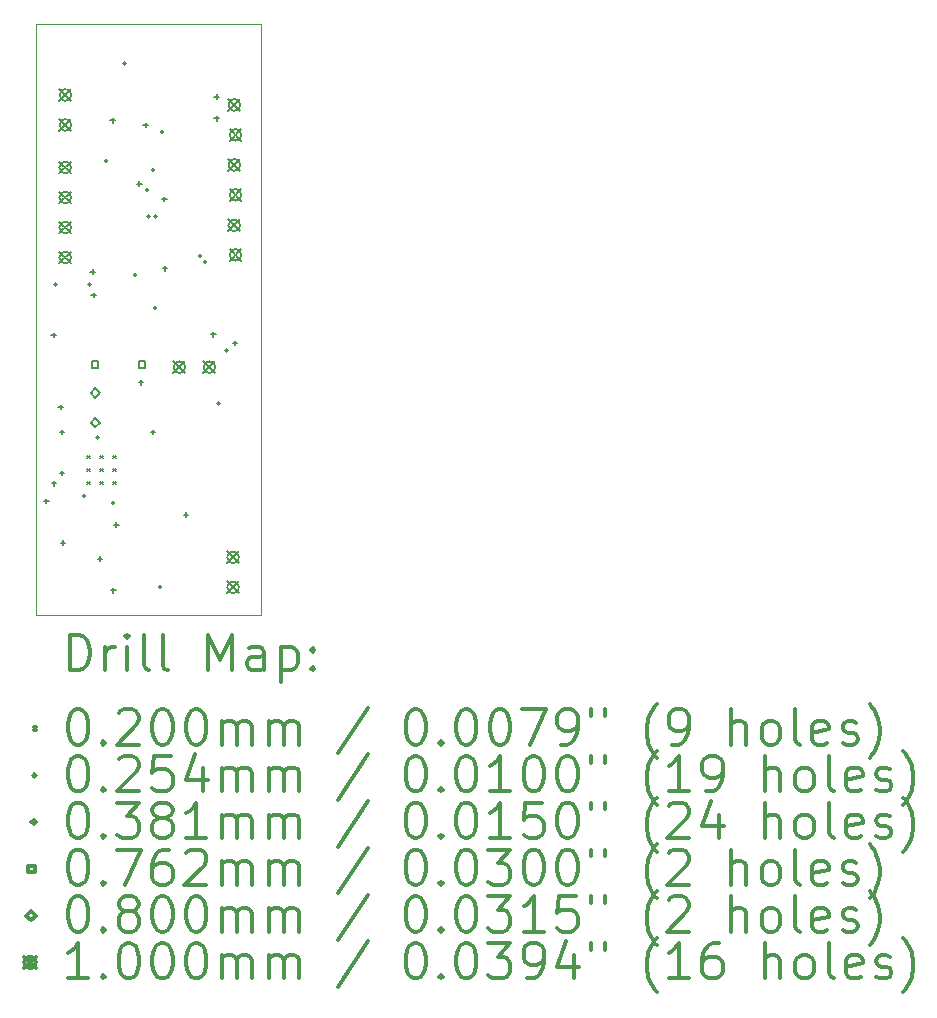
<source format=gbr>
%FSLAX45Y45*%
G04 Gerber Fmt 4.5, Leading zero omitted, Abs format (unit mm)*
G04 Created by KiCad (PCBNEW (5.1.10)-1) date 2021-06-07 16:13:07*
%MOMM*%
%LPD*%
G01*
G04 APERTURE LIST*
%TA.AperFunction,Profile*%
%ADD10C,0.050000*%
%TD*%
%ADD11C,0.200000*%
%ADD12C,0.300000*%
G04 APERTURE END LIST*
D10*
X18313000Y-10441000D02*
X18313000Y-11248000D01*
X18313400Y-6248400D02*
X16413400Y-6248400D01*
X18313000Y-11248000D02*
X16413000Y-11248000D01*
X18313400Y-6248400D02*
X18313000Y-10441000D01*
X16413000Y-6248400D02*
X16413000Y-11248000D01*
D11*
X16845000Y-9900000D02*
X16865000Y-9920000D01*
X16865000Y-9900000D02*
X16845000Y-9920000D01*
X16845000Y-10010000D02*
X16865000Y-10030000D01*
X16865000Y-10010000D02*
X16845000Y-10030000D01*
X16845000Y-10120000D02*
X16865000Y-10140000D01*
X16865000Y-10120000D02*
X16845000Y-10140000D01*
X16955000Y-9900000D02*
X16975000Y-9920000D01*
X16975000Y-9900000D02*
X16955000Y-9920000D01*
X16955000Y-10010000D02*
X16975000Y-10030000D01*
X16975000Y-10010000D02*
X16955000Y-10030000D01*
X16955000Y-10120000D02*
X16975000Y-10140000D01*
X16975000Y-10120000D02*
X16955000Y-10140000D01*
X17065000Y-9900000D02*
X17085000Y-9920000D01*
X17085000Y-9900000D02*
X17065000Y-9920000D01*
X17065000Y-10010000D02*
X17085000Y-10030000D01*
X17085000Y-10010000D02*
X17065000Y-10030000D01*
X17065000Y-10120000D02*
X17085000Y-10140000D01*
X17085000Y-10120000D02*
X17065000Y-10140000D01*
X16592700Y-8450000D02*
G75*
G03*
X16592700Y-8450000I-12700J0D01*
G01*
X16832700Y-10240000D02*
G75*
G03*
X16832700Y-10240000I-12700J0D01*
G01*
X16877080Y-8454286D02*
G75*
G03*
X16877080Y-8454286I-12700J0D01*
G01*
X16945200Y-9747500D02*
G75*
G03*
X16945200Y-9747500I-12700J0D01*
G01*
X17015460Y-7406640D02*
G75*
G03*
X17015460Y-7406640I-12700J0D01*
G01*
X17072700Y-10300948D02*
G75*
G03*
X17072700Y-10300948I-12700J0D01*
G01*
X17172700Y-6580000D02*
G75*
G03*
X17172700Y-6580000I-12700J0D01*
G01*
X17260822Y-8367914D02*
G75*
G03*
X17260822Y-8367914I-12700J0D01*
G01*
X17363253Y-7652069D02*
G75*
G03*
X17363253Y-7652069I-12700J0D01*
G01*
X17373921Y-7874537D02*
G75*
G03*
X17373921Y-7874537I-12700J0D01*
G01*
X17415200Y-7480629D02*
G75*
G03*
X17415200Y-7480629I-12700J0D01*
G01*
X17433008Y-8650628D02*
G75*
G03*
X17433008Y-8650628I-12700J0D01*
G01*
X17437100Y-7874000D02*
G75*
G03*
X17437100Y-7874000I-12700J0D01*
G01*
X17472700Y-11010789D02*
G75*
G03*
X17472700Y-11010789I-12700J0D01*
G01*
X17492700Y-7160000D02*
G75*
G03*
X17492700Y-7160000I-12700J0D01*
G01*
X17812700Y-8210789D02*
G75*
G03*
X17812700Y-8210789I-12700J0D01*
G01*
X17856257Y-8260630D02*
G75*
G03*
X17856257Y-8260630I-12700J0D01*
G01*
X17969571Y-9460000D02*
G75*
G03*
X17969571Y-9460000I-12700J0D01*
G01*
X18037497Y-9009371D02*
G75*
G03*
X18037497Y-9009371I-12700J0D01*
G01*
X16500000Y-10264068D02*
X16500000Y-10302168D01*
X16480950Y-10283118D02*
X16519050Y-10283118D01*
X16560000Y-8860950D02*
X16560000Y-8899050D01*
X16540950Y-8880000D02*
X16579050Y-8880000D01*
X16565721Y-10115309D02*
X16565721Y-10153409D01*
X16546671Y-10134359D02*
X16584771Y-10134359D01*
X16619000Y-9466950D02*
X16619000Y-9505050D01*
X16599950Y-9486000D02*
X16638050Y-9486000D01*
X16630000Y-9678450D02*
X16630000Y-9716550D01*
X16610950Y-9697500D02*
X16649050Y-9697500D01*
X16632039Y-10028911D02*
X16632039Y-10067011D01*
X16612989Y-10047961D02*
X16651089Y-10047961D01*
X16640000Y-10615950D02*
X16640000Y-10654050D01*
X16620950Y-10635000D02*
X16659050Y-10635000D01*
X16891362Y-8321667D02*
X16891362Y-8359767D01*
X16872312Y-8340717D02*
X16910412Y-8340717D01*
X16900000Y-8520950D02*
X16900000Y-8559050D01*
X16880950Y-8540000D02*
X16919050Y-8540000D01*
X16952000Y-10752950D02*
X16952000Y-10791050D01*
X16932950Y-10772000D02*
X16971050Y-10772000D01*
X17060000Y-7040950D02*
X17060000Y-7079050D01*
X17040950Y-7060000D02*
X17079050Y-7060000D01*
X17066902Y-11020950D02*
X17066902Y-11059050D01*
X17047852Y-11040000D02*
X17085952Y-11040000D01*
X17090901Y-10464295D02*
X17090901Y-10502395D01*
X17071851Y-10483345D02*
X17109951Y-10483345D01*
X17287500Y-7577458D02*
X17287500Y-7615558D01*
X17268450Y-7596508D02*
X17306550Y-7596508D01*
X17300000Y-9260950D02*
X17300000Y-9299050D01*
X17280950Y-9280000D02*
X17319050Y-9280000D01*
X17340000Y-7080950D02*
X17340000Y-7119050D01*
X17320950Y-7100000D02*
X17359050Y-7100000D01*
X17400000Y-9680950D02*
X17400000Y-9719050D01*
X17380950Y-9700000D02*
X17419050Y-9700000D01*
X17497531Y-7708032D02*
X17497531Y-7746132D01*
X17478481Y-7727082D02*
X17516581Y-7727082D01*
X17505299Y-8295651D02*
X17505299Y-8333751D01*
X17486249Y-8314701D02*
X17524349Y-8314701D01*
X17680000Y-10379850D02*
X17680000Y-10417950D01*
X17660950Y-10398900D02*
X17699050Y-10398900D01*
X17912500Y-8853450D02*
X17912500Y-8891550D01*
X17893450Y-8872500D02*
X17931550Y-8872500D01*
X17940000Y-6840950D02*
X17940000Y-6879050D01*
X17920950Y-6860000D02*
X17959050Y-6860000D01*
X17940000Y-7025950D02*
X17940000Y-7064050D01*
X17920950Y-7045000D02*
X17959050Y-7045000D01*
X18096250Y-8927200D02*
X18096250Y-8965300D01*
X18077200Y-8946250D02*
X18115300Y-8946250D01*
X16935213Y-9156209D02*
X16935213Y-9102327D01*
X16881331Y-9102327D01*
X16881331Y-9156209D01*
X16935213Y-9156209D01*
X17335213Y-9156209D02*
X17335213Y-9102327D01*
X17281331Y-9102327D01*
X17281331Y-9156209D01*
X17335213Y-9156209D01*
X16915000Y-9410000D02*
X16955000Y-9370000D01*
X16915000Y-9330000D01*
X16875000Y-9370000D01*
X16915000Y-9410000D01*
X16915000Y-9660000D02*
X16955000Y-9620000D01*
X16915000Y-9580000D01*
X16875000Y-9620000D01*
X16915000Y-9660000D01*
X16610000Y-6796000D02*
X16710000Y-6896000D01*
X16710000Y-6796000D02*
X16610000Y-6896000D01*
X16710000Y-6846000D02*
G75*
G03*
X16710000Y-6846000I-50000J0D01*
G01*
X16610000Y-7050000D02*
X16710000Y-7150000D01*
X16710000Y-7050000D02*
X16610000Y-7150000D01*
X16710000Y-7100000D02*
G75*
G03*
X16710000Y-7100000I-50000J0D01*
G01*
X16610000Y-7410000D02*
X16710000Y-7510000D01*
X16710000Y-7410000D02*
X16610000Y-7510000D01*
X16710000Y-7460000D02*
G75*
G03*
X16710000Y-7460000I-50000J0D01*
G01*
X16610000Y-7664000D02*
X16710000Y-7764000D01*
X16710000Y-7664000D02*
X16610000Y-7764000D01*
X16710000Y-7714000D02*
G75*
G03*
X16710000Y-7714000I-50000J0D01*
G01*
X16610000Y-7918000D02*
X16710000Y-8018000D01*
X16710000Y-7918000D02*
X16610000Y-8018000D01*
X16710000Y-7968000D02*
G75*
G03*
X16710000Y-7968000I-50000J0D01*
G01*
X16610000Y-8172000D02*
X16710000Y-8272000D01*
X16710000Y-8172000D02*
X16610000Y-8272000D01*
X16710000Y-8222000D02*
G75*
G03*
X16710000Y-8222000I-50000J0D01*
G01*
X17575000Y-9100000D02*
X17675000Y-9200000D01*
X17675000Y-9100000D02*
X17575000Y-9200000D01*
X17675000Y-9150000D02*
G75*
G03*
X17675000Y-9150000I-50000J0D01*
G01*
X17829000Y-9100000D02*
X17929000Y-9200000D01*
X17929000Y-9100000D02*
X17829000Y-9200000D01*
X17929000Y-9150000D02*
G75*
G03*
X17929000Y-9150000I-50000J0D01*
G01*
X18030000Y-10710000D02*
X18130000Y-10810000D01*
X18130000Y-10710000D02*
X18030000Y-10810000D01*
X18130000Y-10760000D02*
G75*
G03*
X18130000Y-10760000I-50000J0D01*
G01*
X18030000Y-10964000D02*
X18130000Y-11064000D01*
X18130000Y-10964000D02*
X18030000Y-11064000D01*
X18130000Y-11014000D02*
G75*
G03*
X18130000Y-11014000I-50000J0D01*
G01*
X18040000Y-6880000D02*
X18140000Y-6980000D01*
X18140000Y-6880000D02*
X18040000Y-6980000D01*
X18140000Y-6930000D02*
G75*
G03*
X18140000Y-6930000I-50000J0D01*
G01*
X18040000Y-7388000D02*
X18140000Y-7488000D01*
X18140000Y-7388000D02*
X18040000Y-7488000D01*
X18140000Y-7438000D02*
G75*
G03*
X18140000Y-7438000I-50000J0D01*
G01*
X18040000Y-7900000D02*
X18140000Y-8000000D01*
X18140000Y-7900000D02*
X18040000Y-8000000D01*
X18140000Y-7950000D02*
G75*
G03*
X18140000Y-7950000I-50000J0D01*
G01*
X18050000Y-7134000D02*
X18150000Y-7234000D01*
X18150000Y-7134000D02*
X18050000Y-7234000D01*
X18150000Y-7184000D02*
G75*
G03*
X18150000Y-7184000I-50000J0D01*
G01*
X18050000Y-7642000D02*
X18150000Y-7742000D01*
X18150000Y-7642000D02*
X18050000Y-7742000D01*
X18150000Y-7692000D02*
G75*
G03*
X18150000Y-7692000I-50000J0D01*
G01*
X18050000Y-8150000D02*
X18150000Y-8250000D01*
X18150000Y-8150000D02*
X18050000Y-8250000D01*
X18150000Y-8200000D02*
G75*
G03*
X18150000Y-8200000I-50000J0D01*
G01*
D12*
X16696928Y-11716214D02*
X16696928Y-11416214D01*
X16768357Y-11416214D01*
X16811214Y-11430500D01*
X16839786Y-11459071D01*
X16854071Y-11487643D01*
X16868357Y-11544786D01*
X16868357Y-11587643D01*
X16854071Y-11644786D01*
X16839786Y-11673357D01*
X16811214Y-11701929D01*
X16768357Y-11716214D01*
X16696928Y-11716214D01*
X16996928Y-11716214D02*
X16996928Y-11516214D01*
X16996928Y-11573357D02*
X17011214Y-11544786D01*
X17025500Y-11530500D01*
X17054071Y-11516214D01*
X17082643Y-11516214D01*
X17182643Y-11716214D02*
X17182643Y-11516214D01*
X17182643Y-11416214D02*
X17168357Y-11430500D01*
X17182643Y-11444786D01*
X17196928Y-11430500D01*
X17182643Y-11416214D01*
X17182643Y-11444786D01*
X17368357Y-11716214D02*
X17339786Y-11701929D01*
X17325500Y-11673357D01*
X17325500Y-11416214D01*
X17525500Y-11716214D02*
X17496928Y-11701929D01*
X17482643Y-11673357D01*
X17482643Y-11416214D01*
X17868357Y-11716214D02*
X17868357Y-11416214D01*
X17968357Y-11630500D01*
X18068357Y-11416214D01*
X18068357Y-11716214D01*
X18339786Y-11716214D02*
X18339786Y-11559071D01*
X18325500Y-11530500D01*
X18296928Y-11516214D01*
X18239786Y-11516214D01*
X18211214Y-11530500D01*
X18339786Y-11701929D02*
X18311214Y-11716214D01*
X18239786Y-11716214D01*
X18211214Y-11701929D01*
X18196928Y-11673357D01*
X18196928Y-11644786D01*
X18211214Y-11616214D01*
X18239786Y-11601929D01*
X18311214Y-11601929D01*
X18339786Y-11587643D01*
X18482643Y-11516214D02*
X18482643Y-11816214D01*
X18482643Y-11530500D02*
X18511214Y-11516214D01*
X18568357Y-11516214D01*
X18596928Y-11530500D01*
X18611214Y-11544786D01*
X18625500Y-11573357D01*
X18625500Y-11659071D01*
X18611214Y-11687643D01*
X18596928Y-11701929D01*
X18568357Y-11716214D01*
X18511214Y-11716214D01*
X18482643Y-11701929D01*
X18754071Y-11687643D02*
X18768357Y-11701929D01*
X18754071Y-11716214D01*
X18739786Y-11701929D01*
X18754071Y-11687643D01*
X18754071Y-11716214D01*
X18754071Y-11530500D02*
X18768357Y-11544786D01*
X18754071Y-11559071D01*
X18739786Y-11544786D01*
X18754071Y-11530500D01*
X18754071Y-11559071D01*
X16390500Y-12200500D02*
X16410500Y-12220500D01*
X16410500Y-12200500D02*
X16390500Y-12220500D01*
X16754071Y-12046214D02*
X16782643Y-12046214D01*
X16811214Y-12060500D01*
X16825500Y-12074786D01*
X16839786Y-12103357D01*
X16854071Y-12160500D01*
X16854071Y-12231929D01*
X16839786Y-12289071D01*
X16825500Y-12317643D01*
X16811214Y-12331929D01*
X16782643Y-12346214D01*
X16754071Y-12346214D01*
X16725500Y-12331929D01*
X16711214Y-12317643D01*
X16696928Y-12289071D01*
X16682643Y-12231929D01*
X16682643Y-12160500D01*
X16696928Y-12103357D01*
X16711214Y-12074786D01*
X16725500Y-12060500D01*
X16754071Y-12046214D01*
X16982643Y-12317643D02*
X16996928Y-12331929D01*
X16982643Y-12346214D01*
X16968357Y-12331929D01*
X16982643Y-12317643D01*
X16982643Y-12346214D01*
X17111214Y-12074786D02*
X17125500Y-12060500D01*
X17154071Y-12046214D01*
X17225500Y-12046214D01*
X17254071Y-12060500D01*
X17268357Y-12074786D01*
X17282643Y-12103357D01*
X17282643Y-12131929D01*
X17268357Y-12174786D01*
X17096928Y-12346214D01*
X17282643Y-12346214D01*
X17468357Y-12046214D02*
X17496928Y-12046214D01*
X17525500Y-12060500D01*
X17539786Y-12074786D01*
X17554071Y-12103357D01*
X17568357Y-12160500D01*
X17568357Y-12231929D01*
X17554071Y-12289071D01*
X17539786Y-12317643D01*
X17525500Y-12331929D01*
X17496928Y-12346214D01*
X17468357Y-12346214D01*
X17439786Y-12331929D01*
X17425500Y-12317643D01*
X17411214Y-12289071D01*
X17396928Y-12231929D01*
X17396928Y-12160500D01*
X17411214Y-12103357D01*
X17425500Y-12074786D01*
X17439786Y-12060500D01*
X17468357Y-12046214D01*
X17754071Y-12046214D02*
X17782643Y-12046214D01*
X17811214Y-12060500D01*
X17825500Y-12074786D01*
X17839786Y-12103357D01*
X17854071Y-12160500D01*
X17854071Y-12231929D01*
X17839786Y-12289071D01*
X17825500Y-12317643D01*
X17811214Y-12331929D01*
X17782643Y-12346214D01*
X17754071Y-12346214D01*
X17725500Y-12331929D01*
X17711214Y-12317643D01*
X17696928Y-12289071D01*
X17682643Y-12231929D01*
X17682643Y-12160500D01*
X17696928Y-12103357D01*
X17711214Y-12074786D01*
X17725500Y-12060500D01*
X17754071Y-12046214D01*
X17982643Y-12346214D02*
X17982643Y-12146214D01*
X17982643Y-12174786D02*
X17996928Y-12160500D01*
X18025500Y-12146214D01*
X18068357Y-12146214D01*
X18096928Y-12160500D01*
X18111214Y-12189071D01*
X18111214Y-12346214D01*
X18111214Y-12189071D02*
X18125500Y-12160500D01*
X18154071Y-12146214D01*
X18196928Y-12146214D01*
X18225500Y-12160500D01*
X18239786Y-12189071D01*
X18239786Y-12346214D01*
X18382643Y-12346214D02*
X18382643Y-12146214D01*
X18382643Y-12174786D02*
X18396928Y-12160500D01*
X18425500Y-12146214D01*
X18468357Y-12146214D01*
X18496928Y-12160500D01*
X18511214Y-12189071D01*
X18511214Y-12346214D01*
X18511214Y-12189071D02*
X18525500Y-12160500D01*
X18554071Y-12146214D01*
X18596928Y-12146214D01*
X18625500Y-12160500D01*
X18639786Y-12189071D01*
X18639786Y-12346214D01*
X19225500Y-12031929D02*
X18968357Y-12417643D01*
X19611214Y-12046214D02*
X19639786Y-12046214D01*
X19668357Y-12060500D01*
X19682643Y-12074786D01*
X19696928Y-12103357D01*
X19711214Y-12160500D01*
X19711214Y-12231929D01*
X19696928Y-12289071D01*
X19682643Y-12317643D01*
X19668357Y-12331929D01*
X19639786Y-12346214D01*
X19611214Y-12346214D01*
X19582643Y-12331929D01*
X19568357Y-12317643D01*
X19554071Y-12289071D01*
X19539786Y-12231929D01*
X19539786Y-12160500D01*
X19554071Y-12103357D01*
X19568357Y-12074786D01*
X19582643Y-12060500D01*
X19611214Y-12046214D01*
X19839786Y-12317643D02*
X19854071Y-12331929D01*
X19839786Y-12346214D01*
X19825500Y-12331929D01*
X19839786Y-12317643D01*
X19839786Y-12346214D01*
X20039786Y-12046214D02*
X20068357Y-12046214D01*
X20096928Y-12060500D01*
X20111214Y-12074786D01*
X20125500Y-12103357D01*
X20139786Y-12160500D01*
X20139786Y-12231929D01*
X20125500Y-12289071D01*
X20111214Y-12317643D01*
X20096928Y-12331929D01*
X20068357Y-12346214D01*
X20039786Y-12346214D01*
X20011214Y-12331929D01*
X19996928Y-12317643D01*
X19982643Y-12289071D01*
X19968357Y-12231929D01*
X19968357Y-12160500D01*
X19982643Y-12103357D01*
X19996928Y-12074786D01*
X20011214Y-12060500D01*
X20039786Y-12046214D01*
X20325500Y-12046214D02*
X20354071Y-12046214D01*
X20382643Y-12060500D01*
X20396928Y-12074786D01*
X20411214Y-12103357D01*
X20425500Y-12160500D01*
X20425500Y-12231929D01*
X20411214Y-12289071D01*
X20396928Y-12317643D01*
X20382643Y-12331929D01*
X20354071Y-12346214D01*
X20325500Y-12346214D01*
X20296928Y-12331929D01*
X20282643Y-12317643D01*
X20268357Y-12289071D01*
X20254071Y-12231929D01*
X20254071Y-12160500D01*
X20268357Y-12103357D01*
X20282643Y-12074786D01*
X20296928Y-12060500D01*
X20325500Y-12046214D01*
X20525500Y-12046214D02*
X20725500Y-12046214D01*
X20596928Y-12346214D01*
X20854071Y-12346214D02*
X20911214Y-12346214D01*
X20939786Y-12331929D01*
X20954071Y-12317643D01*
X20982643Y-12274786D01*
X20996928Y-12217643D01*
X20996928Y-12103357D01*
X20982643Y-12074786D01*
X20968357Y-12060500D01*
X20939786Y-12046214D01*
X20882643Y-12046214D01*
X20854071Y-12060500D01*
X20839786Y-12074786D01*
X20825500Y-12103357D01*
X20825500Y-12174786D01*
X20839786Y-12203357D01*
X20854071Y-12217643D01*
X20882643Y-12231929D01*
X20939786Y-12231929D01*
X20968357Y-12217643D01*
X20982643Y-12203357D01*
X20996928Y-12174786D01*
X21111214Y-12046214D02*
X21111214Y-12103357D01*
X21225500Y-12046214D02*
X21225500Y-12103357D01*
X21668357Y-12460500D02*
X21654071Y-12446214D01*
X21625500Y-12403357D01*
X21611214Y-12374786D01*
X21596928Y-12331929D01*
X21582643Y-12260500D01*
X21582643Y-12203357D01*
X21596928Y-12131929D01*
X21611214Y-12089071D01*
X21625500Y-12060500D01*
X21654071Y-12017643D01*
X21668357Y-12003357D01*
X21796928Y-12346214D02*
X21854071Y-12346214D01*
X21882643Y-12331929D01*
X21896928Y-12317643D01*
X21925500Y-12274786D01*
X21939786Y-12217643D01*
X21939786Y-12103357D01*
X21925500Y-12074786D01*
X21911214Y-12060500D01*
X21882643Y-12046214D01*
X21825500Y-12046214D01*
X21796928Y-12060500D01*
X21782643Y-12074786D01*
X21768357Y-12103357D01*
X21768357Y-12174786D01*
X21782643Y-12203357D01*
X21796928Y-12217643D01*
X21825500Y-12231929D01*
X21882643Y-12231929D01*
X21911214Y-12217643D01*
X21925500Y-12203357D01*
X21939786Y-12174786D01*
X22296928Y-12346214D02*
X22296928Y-12046214D01*
X22425500Y-12346214D02*
X22425500Y-12189071D01*
X22411214Y-12160500D01*
X22382643Y-12146214D01*
X22339786Y-12146214D01*
X22311214Y-12160500D01*
X22296928Y-12174786D01*
X22611214Y-12346214D02*
X22582643Y-12331929D01*
X22568357Y-12317643D01*
X22554071Y-12289071D01*
X22554071Y-12203357D01*
X22568357Y-12174786D01*
X22582643Y-12160500D01*
X22611214Y-12146214D01*
X22654071Y-12146214D01*
X22682643Y-12160500D01*
X22696928Y-12174786D01*
X22711214Y-12203357D01*
X22711214Y-12289071D01*
X22696928Y-12317643D01*
X22682643Y-12331929D01*
X22654071Y-12346214D01*
X22611214Y-12346214D01*
X22882643Y-12346214D02*
X22854071Y-12331929D01*
X22839786Y-12303357D01*
X22839786Y-12046214D01*
X23111214Y-12331929D02*
X23082643Y-12346214D01*
X23025500Y-12346214D01*
X22996928Y-12331929D01*
X22982643Y-12303357D01*
X22982643Y-12189071D01*
X22996928Y-12160500D01*
X23025500Y-12146214D01*
X23082643Y-12146214D01*
X23111214Y-12160500D01*
X23125500Y-12189071D01*
X23125500Y-12217643D01*
X22982643Y-12246214D01*
X23239786Y-12331929D02*
X23268357Y-12346214D01*
X23325500Y-12346214D01*
X23354071Y-12331929D01*
X23368357Y-12303357D01*
X23368357Y-12289071D01*
X23354071Y-12260500D01*
X23325500Y-12246214D01*
X23282643Y-12246214D01*
X23254071Y-12231929D01*
X23239786Y-12203357D01*
X23239786Y-12189071D01*
X23254071Y-12160500D01*
X23282643Y-12146214D01*
X23325500Y-12146214D01*
X23354071Y-12160500D01*
X23468357Y-12460500D02*
X23482643Y-12446214D01*
X23511214Y-12403357D01*
X23525500Y-12374786D01*
X23539786Y-12331929D01*
X23554071Y-12260500D01*
X23554071Y-12203357D01*
X23539786Y-12131929D01*
X23525500Y-12089071D01*
X23511214Y-12060500D01*
X23482643Y-12017643D01*
X23468357Y-12003357D01*
X16410500Y-12606500D02*
G75*
G03*
X16410500Y-12606500I-12700J0D01*
G01*
X16754071Y-12442214D02*
X16782643Y-12442214D01*
X16811214Y-12456500D01*
X16825500Y-12470786D01*
X16839786Y-12499357D01*
X16854071Y-12556500D01*
X16854071Y-12627929D01*
X16839786Y-12685071D01*
X16825500Y-12713643D01*
X16811214Y-12727929D01*
X16782643Y-12742214D01*
X16754071Y-12742214D01*
X16725500Y-12727929D01*
X16711214Y-12713643D01*
X16696928Y-12685071D01*
X16682643Y-12627929D01*
X16682643Y-12556500D01*
X16696928Y-12499357D01*
X16711214Y-12470786D01*
X16725500Y-12456500D01*
X16754071Y-12442214D01*
X16982643Y-12713643D02*
X16996928Y-12727929D01*
X16982643Y-12742214D01*
X16968357Y-12727929D01*
X16982643Y-12713643D01*
X16982643Y-12742214D01*
X17111214Y-12470786D02*
X17125500Y-12456500D01*
X17154071Y-12442214D01*
X17225500Y-12442214D01*
X17254071Y-12456500D01*
X17268357Y-12470786D01*
X17282643Y-12499357D01*
X17282643Y-12527929D01*
X17268357Y-12570786D01*
X17096928Y-12742214D01*
X17282643Y-12742214D01*
X17554071Y-12442214D02*
X17411214Y-12442214D01*
X17396928Y-12585071D01*
X17411214Y-12570786D01*
X17439786Y-12556500D01*
X17511214Y-12556500D01*
X17539786Y-12570786D01*
X17554071Y-12585071D01*
X17568357Y-12613643D01*
X17568357Y-12685071D01*
X17554071Y-12713643D01*
X17539786Y-12727929D01*
X17511214Y-12742214D01*
X17439786Y-12742214D01*
X17411214Y-12727929D01*
X17396928Y-12713643D01*
X17825500Y-12542214D02*
X17825500Y-12742214D01*
X17754071Y-12427929D02*
X17682643Y-12642214D01*
X17868357Y-12642214D01*
X17982643Y-12742214D02*
X17982643Y-12542214D01*
X17982643Y-12570786D02*
X17996928Y-12556500D01*
X18025500Y-12542214D01*
X18068357Y-12542214D01*
X18096928Y-12556500D01*
X18111214Y-12585071D01*
X18111214Y-12742214D01*
X18111214Y-12585071D02*
X18125500Y-12556500D01*
X18154071Y-12542214D01*
X18196928Y-12542214D01*
X18225500Y-12556500D01*
X18239786Y-12585071D01*
X18239786Y-12742214D01*
X18382643Y-12742214D02*
X18382643Y-12542214D01*
X18382643Y-12570786D02*
X18396928Y-12556500D01*
X18425500Y-12542214D01*
X18468357Y-12542214D01*
X18496928Y-12556500D01*
X18511214Y-12585071D01*
X18511214Y-12742214D01*
X18511214Y-12585071D02*
X18525500Y-12556500D01*
X18554071Y-12542214D01*
X18596928Y-12542214D01*
X18625500Y-12556500D01*
X18639786Y-12585071D01*
X18639786Y-12742214D01*
X19225500Y-12427929D02*
X18968357Y-12813643D01*
X19611214Y-12442214D02*
X19639786Y-12442214D01*
X19668357Y-12456500D01*
X19682643Y-12470786D01*
X19696928Y-12499357D01*
X19711214Y-12556500D01*
X19711214Y-12627929D01*
X19696928Y-12685071D01*
X19682643Y-12713643D01*
X19668357Y-12727929D01*
X19639786Y-12742214D01*
X19611214Y-12742214D01*
X19582643Y-12727929D01*
X19568357Y-12713643D01*
X19554071Y-12685071D01*
X19539786Y-12627929D01*
X19539786Y-12556500D01*
X19554071Y-12499357D01*
X19568357Y-12470786D01*
X19582643Y-12456500D01*
X19611214Y-12442214D01*
X19839786Y-12713643D02*
X19854071Y-12727929D01*
X19839786Y-12742214D01*
X19825500Y-12727929D01*
X19839786Y-12713643D01*
X19839786Y-12742214D01*
X20039786Y-12442214D02*
X20068357Y-12442214D01*
X20096928Y-12456500D01*
X20111214Y-12470786D01*
X20125500Y-12499357D01*
X20139786Y-12556500D01*
X20139786Y-12627929D01*
X20125500Y-12685071D01*
X20111214Y-12713643D01*
X20096928Y-12727929D01*
X20068357Y-12742214D01*
X20039786Y-12742214D01*
X20011214Y-12727929D01*
X19996928Y-12713643D01*
X19982643Y-12685071D01*
X19968357Y-12627929D01*
X19968357Y-12556500D01*
X19982643Y-12499357D01*
X19996928Y-12470786D01*
X20011214Y-12456500D01*
X20039786Y-12442214D01*
X20425500Y-12742214D02*
X20254071Y-12742214D01*
X20339786Y-12742214D02*
X20339786Y-12442214D01*
X20311214Y-12485071D01*
X20282643Y-12513643D01*
X20254071Y-12527929D01*
X20611214Y-12442214D02*
X20639786Y-12442214D01*
X20668357Y-12456500D01*
X20682643Y-12470786D01*
X20696928Y-12499357D01*
X20711214Y-12556500D01*
X20711214Y-12627929D01*
X20696928Y-12685071D01*
X20682643Y-12713643D01*
X20668357Y-12727929D01*
X20639786Y-12742214D01*
X20611214Y-12742214D01*
X20582643Y-12727929D01*
X20568357Y-12713643D01*
X20554071Y-12685071D01*
X20539786Y-12627929D01*
X20539786Y-12556500D01*
X20554071Y-12499357D01*
X20568357Y-12470786D01*
X20582643Y-12456500D01*
X20611214Y-12442214D01*
X20896928Y-12442214D02*
X20925500Y-12442214D01*
X20954071Y-12456500D01*
X20968357Y-12470786D01*
X20982643Y-12499357D01*
X20996928Y-12556500D01*
X20996928Y-12627929D01*
X20982643Y-12685071D01*
X20968357Y-12713643D01*
X20954071Y-12727929D01*
X20925500Y-12742214D01*
X20896928Y-12742214D01*
X20868357Y-12727929D01*
X20854071Y-12713643D01*
X20839786Y-12685071D01*
X20825500Y-12627929D01*
X20825500Y-12556500D01*
X20839786Y-12499357D01*
X20854071Y-12470786D01*
X20868357Y-12456500D01*
X20896928Y-12442214D01*
X21111214Y-12442214D02*
X21111214Y-12499357D01*
X21225500Y-12442214D02*
X21225500Y-12499357D01*
X21668357Y-12856500D02*
X21654071Y-12842214D01*
X21625500Y-12799357D01*
X21611214Y-12770786D01*
X21596928Y-12727929D01*
X21582643Y-12656500D01*
X21582643Y-12599357D01*
X21596928Y-12527929D01*
X21611214Y-12485071D01*
X21625500Y-12456500D01*
X21654071Y-12413643D01*
X21668357Y-12399357D01*
X21939786Y-12742214D02*
X21768357Y-12742214D01*
X21854071Y-12742214D02*
X21854071Y-12442214D01*
X21825500Y-12485071D01*
X21796928Y-12513643D01*
X21768357Y-12527929D01*
X22082643Y-12742214D02*
X22139786Y-12742214D01*
X22168357Y-12727929D01*
X22182643Y-12713643D01*
X22211214Y-12670786D01*
X22225500Y-12613643D01*
X22225500Y-12499357D01*
X22211214Y-12470786D01*
X22196928Y-12456500D01*
X22168357Y-12442214D01*
X22111214Y-12442214D01*
X22082643Y-12456500D01*
X22068357Y-12470786D01*
X22054071Y-12499357D01*
X22054071Y-12570786D01*
X22068357Y-12599357D01*
X22082643Y-12613643D01*
X22111214Y-12627929D01*
X22168357Y-12627929D01*
X22196928Y-12613643D01*
X22211214Y-12599357D01*
X22225500Y-12570786D01*
X22582643Y-12742214D02*
X22582643Y-12442214D01*
X22711214Y-12742214D02*
X22711214Y-12585071D01*
X22696928Y-12556500D01*
X22668357Y-12542214D01*
X22625500Y-12542214D01*
X22596928Y-12556500D01*
X22582643Y-12570786D01*
X22896928Y-12742214D02*
X22868357Y-12727929D01*
X22854071Y-12713643D01*
X22839786Y-12685071D01*
X22839786Y-12599357D01*
X22854071Y-12570786D01*
X22868357Y-12556500D01*
X22896928Y-12542214D01*
X22939786Y-12542214D01*
X22968357Y-12556500D01*
X22982643Y-12570786D01*
X22996928Y-12599357D01*
X22996928Y-12685071D01*
X22982643Y-12713643D01*
X22968357Y-12727929D01*
X22939786Y-12742214D01*
X22896928Y-12742214D01*
X23168357Y-12742214D02*
X23139786Y-12727929D01*
X23125500Y-12699357D01*
X23125500Y-12442214D01*
X23396928Y-12727929D02*
X23368357Y-12742214D01*
X23311214Y-12742214D01*
X23282643Y-12727929D01*
X23268357Y-12699357D01*
X23268357Y-12585071D01*
X23282643Y-12556500D01*
X23311214Y-12542214D01*
X23368357Y-12542214D01*
X23396928Y-12556500D01*
X23411214Y-12585071D01*
X23411214Y-12613643D01*
X23268357Y-12642214D01*
X23525500Y-12727929D02*
X23554071Y-12742214D01*
X23611214Y-12742214D01*
X23639786Y-12727929D01*
X23654071Y-12699357D01*
X23654071Y-12685071D01*
X23639786Y-12656500D01*
X23611214Y-12642214D01*
X23568357Y-12642214D01*
X23539786Y-12627929D01*
X23525500Y-12599357D01*
X23525500Y-12585071D01*
X23539786Y-12556500D01*
X23568357Y-12542214D01*
X23611214Y-12542214D01*
X23639786Y-12556500D01*
X23754071Y-12856500D02*
X23768357Y-12842214D01*
X23796928Y-12799357D01*
X23811214Y-12770786D01*
X23825500Y-12727929D01*
X23839786Y-12656500D01*
X23839786Y-12599357D01*
X23825500Y-12527929D01*
X23811214Y-12485071D01*
X23796928Y-12456500D01*
X23768357Y-12413643D01*
X23754071Y-12399357D01*
X16391450Y-12983450D02*
X16391450Y-13021550D01*
X16372400Y-13002500D02*
X16410500Y-13002500D01*
X16754071Y-12838214D02*
X16782643Y-12838214D01*
X16811214Y-12852500D01*
X16825500Y-12866786D01*
X16839786Y-12895357D01*
X16854071Y-12952500D01*
X16854071Y-13023929D01*
X16839786Y-13081071D01*
X16825500Y-13109643D01*
X16811214Y-13123929D01*
X16782643Y-13138214D01*
X16754071Y-13138214D01*
X16725500Y-13123929D01*
X16711214Y-13109643D01*
X16696928Y-13081071D01*
X16682643Y-13023929D01*
X16682643Y-12952500D01*
X16696928Y-12895357D01*
X16711214Y-12866786D01*
X16725500Y-12852500D01*
X16754071Y-12838214D01*
X16982643Y-13109643D02*
X16996928Y-13123929D01*
X16982643Y-13138214D01*
X16968357Y-13123929D01*
X16982643Y-13109643D01*
X16982643Y-13138214D01*
X17096928Y-12838214D02*
X17282643Y-12838214D01*
X17182643Y-12952500D01*
X17225500Y-12952500D01*
X17254071Y-12966786D01*
X17268357Y-12981071D01*
X17282643Y-13009643D01*
X17282643Y-13081071D01*
X17268357Y-13109643D01*
X17254071Y-13123929D01*
X17225500Y-13138214D01*
X17139786Y-13138214D01*
X17111214Y-13123929D01*
X17096928Y-13109643D01*
X17454071Y-12966786D02*
X17425500Y-12952500D01*
X17411214Y-12938214D01*
X17396928Y-12909643D01*
X17396928Y-12895357D01*
X17411214Y-12866786D01*
X17425500Y-12852500D01*
X17454071Y-12838214D01*
X17511214Y-12838214D01*
X17539786Y-12852500D01*
X17554071Y-12866786D01*
X17568357Y-12895357D01*
X17568357Y-12909643D01*
X17554071Y-12938214D01*
X17539786Y-12952500D01*
X17511214Y-12966786D01*
X17454071Y-12966786D01*
X17425500Y-12981071D01*
X17411214Y-12995357D01*
X17396928Y-13023929D01*
X17396928Y-13081071D01*
X17411214Y-13109643D01*
X17425500Y-13123929D01*
X17454071Y-13138214D01*
X17511214Y-13138214D01*
X17539786Y-13123929D01*
X17554071Y-13109643D01*
X17568357Y-13081071D01*
X17568357Y-13023929D01*
X17554071Y-12995357D01*
X17539786Y-12981071D01*
X17511214Y-12966786D01*
X17854071Y-13138214D02*
X17682643Y-13138214D01*
X17768357Y-13138214D02*
X17768357Y-12838214D01*
X17739786Y-12881071D01*
X17711214Y-12909643D01*
X17682643Y-12923929D01*
X17982643Y-13138214D02*
X17982643Y-12938214D01*
X17982643Y-12966786D02*
X17996928Y-12952500D01*
X18025500Y-12938214D01*
X18068357Y-12938214D01*
X18096928Y-12952500D01*
X18111214Y-12981071D01*
X18111214Y-13138214D01*
X18111214Y-12981071D02*
X18125500Y-12952500D01*
X18154071Y-12938214D01*
X18196928Y-12938214D01*
X18225500Y-12952500D01*
X18239786Y-12981071D01*
X18239786Y-13138214D01*
X18382643Y-13138214D02*
X18382643Y-12938214D01*
X18382643Y-12966786D02*
X18396928Y-12952500D01*
X18425500Y-12938214D01*
X18468357Y-12938214D01*
X18496928Y-12952500D01*
X18511214Y-12981071D01*
X18511214Y-13138214D01*
X18511214Y-12981071D02*
X18525500Y-12952500D01*
X18554071Y-12938214D01*
X18596928Y-12938214D01*
X18625500Y-12952500D01*
X18639786Y-12981071D01*
X18639786Y-13138214D01*
X19225500Y-12823929D02*
X18968357Y-13209643D01*
X19611214Y-12838214D02*
X19639786Y-12838214D01*
X19668357Y-12852500D01*
X19682643Y-12866786D01*
X19696928Y-12895357D01*
X19711214Y-12952500D01*
X19711214Y-13023929D01*
X19696928Y-13081071D01*
X19682643Y-13109643D01*
X19668357Y-13123929D01*
X19639786Y-13138214D01*
X19611214Y-13138214D01*
X19582643Y-13123929D01*
X19568357Y-13109643D01*
X19554071Y-13081071D01*
X19539786Y-13023929D01*
X19539786Y-12952500D01*
X19554071Y-12895357D01*
X19568357Y-12866786D01*
X19582643Y-12852500D01*
X19611214Y-12838214D01*
X19839786Y-13109643D02*
X19854071Y-13123929D01*
X19839786Y-13138214D01*
X19825500Y-13123929D01*
X19839786Y-13109643D01*
X19839786Y-13138214D01*
X20039786Y-12838214D02*
X20068357Y-12838214D01*
X20096928Y-12852500D01*
X20111214Y-12866786D01*
X20125500Y-12895357D01*
X20139786Y-12952500D01*
X20139786Y-13023929D01*
X20125500Y-13081071D01*
X20111214Y-13109643D01*
X20096928Y-13123929D01*
X20068357Y-13138214D01*
X20039786Y-13138214D01*
X20011214Y-13123929D01*
X19996928Y-13109643D01*
X19982643Y-13081071D01*
X19968357Y-13023929D01*
X19968357Y-12952500D01*
X19982643Y-12895357D01*
X19996928Y-12866786D01*
X20011214Y-12852500D01*
X20039786Y-12838214D01*
X20425500Y-13138214D02*
X20254071Y-13138214D01*
X20339786Y-13138214D02*
X20339786Y-12838214D01*
X20311214Y-12881071D01*
X20282643Y-12909643D01*
X20254071Y-12923929D01*
X20696928Y-12838214D02*
X20554071Y-12838214D01*
X20539786Y-12981071D01*
X20554071Y-12966786D01*
X20582643Y-12952500D01*
X20654071Y-12952500D01*
X20682643Y-12966786D01*
X20696928Y-12981071D01*
X20711214Y-13009643D01*
X20711214Y-13081071D01*
X20696928Y-13109643D01*
X20682643Y-13123929D01*
X20654071Y-13138214D01*
X20582643Y-13138214D01*
X20554071Y-13123929D01*
X20539786Y-13109643D01*
X20896928Y-12838214D02*
X20925500Y-12838214D01*
X20954071Y-12852500D01*
X20968357Y-12866786D01*
X20982643Y-12895357D01*
X20996928Y-12952500D01*
X20996928Y-13023929D01*
X20982643Y-13081071D01*
X20968357Y-13109643D01*
X20954071Y-13123929D01*
X20925500Y-13138214D01*
X20896928Y-13138214D01*
X20868357Y-13123929D01*
X20854071Y-13109643D01*
X20839786Y-13081071D01*
X20825500Y-13023929D01*
X20825500Y-12952500D01*
X20839786Y-12895357D01*
X20854071Y-12866786D01*
X20868357Y-12852500D01*
X20896928Y-12838214D01*
X21111214Y-12838214D02*
X21111214Y-12895357D01*
X21225500Y-12838214D02*
X21225500Y-12895357D01*
X21668357Y-13252500D02*
X21654071Y-13238214D01*
X21625500Y-13195357D01*
X21611214Y-13166786D01*
X21596928Y-13123929D01*
X21582643Y-13052500D01*
X21582643Y-12995357D01*
X21596928Y-12923929D01*
X21611214Y-12881071D01*
X21625500Y-12852500D01*
X21654071Y-12809643D01*
X21668357Y-12795357D01*
X21768357Y-12866786D02*
X21782643Y-12852500D01*
X21811214Y-12838214D01*
X21882643Y-12838214D01*
X21911214Y-12852500D01*
X21925500Y-12866786D01*
X21939786Y-12895357D01*
X21939786Y-12923929D01*
X21925500Y-12966786D01*
X21754071Y-13138214D01*
X21939786Y-13138214D01*
X22196928Y-12938214D02*
X22196928Y-13138214D01*
X22125500Y-12823929D02*
X22054071Y-13038214D01*
X22239786Y-13038214D01*
X22582643Y-13138214D02*
X22582643Y-12838214D01*
X22711214Y-13138214D02*
X22711214Y-12981071D01*
X22696928Y-12952500D01*
X22668357Y-12938214D01*
X22625500Y-12938214D01*
X22596928Y-12952500D01*
X22582643Y-12966786D01*
X22896928Y-13138214D02*
X22868357Y-13123929D01*
X22854071Y-13109643D01*
X22839786Y-13081071D01*
X22839786Y-12995357D01*
X22854071Y-12966786D01*
X22868357Y-12952500D01*
X22896928Y-12938214D01*
X22939786Y-12938214D01*
X22968357Y-12952500D01*
X22982643Y-12966786D01*
X22996928Y-12995357D01*
X22996928Y-13081071D01*
X22982643Y-13109643D01*
X22968357Y-13123929D01*
X22939786Y-13138214D01*
X22896928Y-13138214D01*
X23168357Y-13138214D02*
X23139786Y-13123929D01*
X23125500Y-13095357D01*
X23125500Y-12838214D01*
X23396928Y-13123929D02*
X23368357Y-13138214D01*
X23311214Y-13138214D01*
X23282643Y-13123929D01*
X23268357Y-13095357D01*
X23268357Y-12981071D01*
X23282643Y-12952500D01*
X23311214Y-12938214D01*
X23368357Y-12938214D01*
X23396928Y-12952500D01*
X23411214Y-12981071D01*
X23411214Y-13009643D01*
X23268357Y-13038214D01*
X23525500Y-13123929D02*
X23554071Y-13138214D01*
X23611214Y-13138214D01*
X23639786Y-13123929D01*
X23654071Y-13095357D01*
X23654071Y-13081071D01*
X23639786Y-13052500D01*
X23611214Y-13038214D01*
X23568357Y-13038214D01*
X23539786Y-13023929D01*
X23525500Y-12995357D01*
X23525500Y-12981071D01*
X23539786Y-12952500D01*
X23568357Y-12938214D01*
X23611214Y-12938214D01*
X23639786Y-12952500D01*
X23754071Y-13252500D02*
X23768357Y-13238214D01*
X23796928Y-13195357D01*
X23811214Y-13166786D01*
X23825500Y-13123929D01*
X23839786Y-13052500D01*
X23839786Y-12995357D01*
X23825500Y-12923929D01*
X23811214Y-12881071D01*
X23796928Y-12852500D01*
X23768357Y-12809643D01*
X23754071Y-12795357D01*
X16399341Y-13425441D02*
X16399341Y-13371559D01*
X16345459Y-13371559D01*
X16345459Y-13425441D01*
X16399341Y-13425441D01*
X16754071Y-13234214D02*
X16782643Y-13234214D01*
X16811214Y-13248500D01*
X16825500Y-13262786D01*
X16839786Y-13291357D01*
X16854071Y-13348500D01*
X16854071Y-13419929D01*
X16839786Y-13477071D01*
X16825500Y-13505643D01*
X16811214Y-13519929D01*
X16782643Y-13534214D01*
X16754071Y-13534214D01*
X16725500Y-13519929D01*
X16711214Y-13505643D01*
X16696928Y-13477071D01*
X16682643Y-13419929D01*
X16682643Y-13348500D01*
X16696928Y-13291357D01*
X16711214Y-13262786D01*
X16725500Y-13248500D01*
X16754071Y-13234214D01*
X16982643Y-13505643D02*
X16996928Y-13519929D01*
X16982643Y-13534214D01*
X16968357Y-13519929D01*
X16982643Y-13505643D01*
X16982643Y-13534214D01*
X17096928Y-13234214D02*
X17296928Y-13234214D01*
X17168357Y-13534214D01*
X17539786Y-13234214D02*
X17482643Y-13234214D01*
X17454071Y-13248500D01*
X17439786Y-13262786D01*
X17411214Y-13305643D01*
X17396928Y-13362786D01*
X17396928Y-13477071D01*
X17411214Y-13505643D01*
X17425500Y-13519929D01*
X17454071Y-13534214D01*
X17511214Y-13534214D01*
X17539786Y-13519929D01*
X17554071Y-13505643D01*
X17568357Y-13477071D01*
X17568357Y-13405643D01*
X17554071Y-13377071D01*
X17539786Y-13362786D01*
X17511214Y-13348500D01*
X17454071Y-13348500D01*
X17425500Y-13362786D01*
X17411214Y-13377071D01*
X17396928Y-13405643D01*
X17682643Y-13262786D02*
X17696928Y-13248500D01*
X17725500Y-13234214D01*
X17796928Y-13234214D01*
X17825500Y-13248500D01*
X17839786Y-13262786D01*
X17854071Y-13291357D01*
X17854071Y-13319929D01*
X17839786Y-13362786D01*
X17668357Y-13534214D01*
X17854071Y-13534214D01*
X17982643Y-13534214D02*
X17982643Y-13334214D01*
X17982643Y-13362786D02*
X17996928Y-13348500D01*
X18025500Y-13334214D01*
X18068357Y-13334214D01*
X18096928Y-13348500D01*
X18111214Y-13377071D01*
X18111214Y-13534214D01*
X18111214Y-13377071D02*
X18125500Y-13348500D01*
X18154071Y-13334214D01*
X18196928Y-13334214D01*
X18225500Y-13348500D01*
X18239786Y-13377071D01*
X18239786Y-13534214D01*
X18382643Y-13534214D02*
X18382643Y-13334214D01*
X18382643Y-13362786D02*
X18396928Y-13348500D01*
X18425500Y-13334214D01*
X18468357Y-13334214D01*
X18496928Y-13348500D01*
X18511214Y-13377071D01*
X18511214Y-13534214D01*
X18511214Y-13377071D02*
X18525500Y-13348500D01*
X18554071Y-13334214D01*
X18596928Y-13334214D01*
X18625500Y-13348500D01*
X18639786Y-13377071D01*
X18639786Y-13534214D01*
X19225500Y-13219929D02*
X18968357Y-13605643D01*
X19611214Y-13234214D02*
X19639786Y-13234214D01*
X19668357Y-13248500D01*
X19682643Y-13262786D01*
X19696928Y-13291357D01*
X19711214Y-13348500D01*
X19711214Y-13419929D01*
X19696928Y-13477071D01*
X19682643Y-13505643D01*
X19668357Y-13519929D01*
X19639786Y-13534214D01*
X19611214Y-13534214D01*
X19582643Y-13519929D01*
X19568357Y-13505643D01*
X19554071Y-13477071D01*
X19539786Y-13419929D01*
X19539786Y-13348500D01*
X19554071Y-13291357D01*
X19568357Y-13262786D01*
X19582643Y-13248500D01*
X19611214Y-13234214D01*
X19839786Y-13505643D02*
X19854071Y-13519929D01*
X19839786Y-13534214D01*
X19825500Y-13519929D01*
X19839786Y-13505643D01*
X19839786Y-13534214D01*
X20039786Y-13234214D02*
X20068357Y-13234214D01*
X20096928Y-13248500D01*
X20111214Y-13262786D01*
X20125500Y-13291357D01*
X20139786Y-13348500D01*
X20139786Y-13419929D01*
X20125500Y-13477071D01*
X20111214Y-13505643D01*
X20096928Y-13519929D01*
X20068357Y-13534214D01*
X20039786Y-13534214D01*
X20011214Y-13519929D01*
X19996928Y-13505643D01*
X19982643Y-13477071D01*
X19968357Y-13419929D01*
X19968357Y-13348500D01*
X19982643Y-13291357D01*
X19996928Y-13262786D01*
X20011214Y-13248500D01*
X20039786Y-13234214D01*
X20239786Y-13234214D02*
X20425500Y-13234214D01*
X20325500Y-13348500D01*
X20368357Y-13348500D01*
X20396928Y-13362786D01*
X20411214Y-13377071D01*
X20425500Y-13405643D01*
X20425500Y-13477071D01*
X20411214Y-13505643D01*
X20396928Y-13519929D01*
X20368357Y-13534214D01*
X20282643Y-13534214D01*
X20254071Y-13519929D01*
X20239786Y-13505643D01*
X20611214Y-13234214D02*
X20639786Y-13234214D01*
X20668357Y-13248500D01*
X20682643Y-13262786D01*
X20696928Y-13291357D01*
X20711214Y-13348500D01*
X20711214Y-13419929D01*
X20696928Y-13477071D01*
X20682643Y-13505643D01*
X20668357Y-13519929D01*
X20639786Y-13534214D01*
X20611214Y-13534214D01*
X20582643Y-13519929D01*
X20568357Y-13505643D01*
X20554071Y-13477071D01*
X20539786Y-13419929D01*
X20539786Y-13348500D01*
X20554071Y-13291357D01*
X20568357Y-13262786D01*
X20582643Y-13248500D01*
X20611214Y-13234214D01*
X20896928Y-13234214D02*
X20925500Y-13234214D01*
X20954071Y-13248500D01*
X20968357Y-13262786D01*
X20982643Y-13291357D01*
X20996928Y-13348500D01*
X20996928Y-13419929D01*
X20982643Y-13477071D01*
X20968357Y-13505643D01*
X20954071Y-13519929D01*
X20925500Y-13534214D01*
X20896928Y-13534214D01*
X20868357Y-13519929D01*
X20854071Y-13505643D01*
X20839786Y-13477071D01*
X20825500Y-13419929D01*
X20825500Y-13348500D01*
X20839786Y-13291357D01*
X20854071Y-13262786D01*
X20868357Y-13248500D01*
X20896928Y-13234214D01*
X21111214Y-13234214D02*
X21111214Y-13291357D01*
X21225500Y-13234214D02*
X21225500Y-13291357D01*
X21668357Y-13648500D02*
X21654071Y-13634214D01*
X21625500Y-13591357D01*
X21611214Y-13562786D01*
X21596928Y-13519929D01*
X21582643Y-13448500D01*
X21582643Y-13391357D01*
X21596928Y-13319929D01*
X21611214Y-13277071D01*
X21625500Y-13248500D01*
X21654071Y-13205643D01*
X21668357Y-13191357D01*
X21768357Y-13262786D02*
X21782643Y-13248500D01*
X21811214Y-13234214D01*
X21882643Y-13234214D01*
X21911214Y-13248500D01*
X21925500Y-13262786D01*
X21939786Y-13291357D01*
X21939786Y-13319929D01*
X21925500Y-13362786D01*
X21754071Y-13534214D01*
X21939786Y-13534214D01*
X22296928Y-13534214D02*
X22296928Y-13234214D01*
X22425500Y-13534214D02*
X22425500Y-13377071D01*
X22411214Y-13348500D01*
X22382643Y-13334214D01*
X22339786Y-13334214D01*
X22311214Y-13348500D01*
X22296928Y-13362786D01*
X22611214Y-13534214D02*
X22582643Y-13519929D01*
X22568357Y-13505643D01*
X22554071Y-13477071D01*
X22554071Y-13391357D01*
X22568357Y-13362786D01*
X22582643Y-13348500D01*
X22611214Y-13334214D01*
X22654071Y-13334214D01*
X22682643Y-13348500D01*
X22696928Y-13362786D01*
X22711214Y-13391357D01*
X22711214Y-13477071D01*
X22696928Y-13505643D01*
X22682643Y-13519929D01*
X22654071Y-13534214D01*
X22611214Y-13534214D01*
X22882643Y-13534214D02*
X22854071Y-13519929D01*
X22839786Y-13491357D01*
X22839786Y-13234214D01*
X23111214Y-13519929D02*
X23082643Y-13534214D01*
X23025500Y-13534214D01*
X22996928Y-13519929D01*
X22982643Y-13491357D01*
X22982643Y-13377071D01*
X22996928Y-13348500D01*
X23025500Y-13334214D01*
X23082643Y-13334214D01*
X23111214Y-13348500D01*
X23125500Y-13377071D01*
X23125500Y-13405643D01*
X22982643Y-13434214D01*
X23239786Y-13519929D02*
X23268357Y-13534214D01*
X23325500Y-13534214D01*
X23354071Y-13519929D01*
X23368357Y-13491357D01*
X23368357Y-13477071D01*
X23354071Y-13448500D01*
X23325500Y-13434214D01*
X23282643Y-13434214D01*
X23254071Y-13419929D01*
X23239786Y-13391357D01*
X23239786Y-13377071D01*
X23254071Y-13348500D01*
X23282643Y-13334214D01*
X23325500Y-13334214D01*
X23354071Y-13348500D01*
X23468357Y-13648500D02*
X23482643Y-13634214D01*
X23511214Y-13591357D01*
X23525500Y-13562786D01*
X23539786Y-13519929D01*
X23554071Y-13448500D01*
X23554071Y-13391357D01*
X23539786Y-13319929D01*
X23525500Y-13277071D01*
X23511214Y-13248500D01*
X23482643Y-13205643D01*
X23468357Y-13191357D01*
X16370500Y-13834500D02*
X16410500Y-13794500D01*
X16370500Y-13754500D01*
X16330500Y-13794500D01*
X16370500Y-13834500D01*
X16754071Y-13630214D02*
X16782643Y-13630214D01*
X16811214Y-13644500D01*
X16825500Y-13658786D01*
X16839786Y-13687357D01*
X16854071Y-13744500D01*
X16854071Y-13815929D01*
X16839786Y-13873071D01*
X16825500Y-13901643D01*
X16811214Y-13915929D01*
X16782643Y-13930214D01*
X16754071Y-13930214D01*
X16725500Y-13915929D01*
X16711214Y-13901643D01*
X16696928Y-13873071D01*
X16682643Y-13815929D01*
X16682643Y-13744500D01*
X16696928Y-13687357D01*
X16711214Y-13658786D01*
X16725500Y-13644500D01*
X16754071Y-13630214D01*
X16982643Y-13901643D02*
X16996928Y-13915929D01*
X16982643Y-13930214D01*
X16968357Y-13915929D01*
X16982643Y-13901643D01*
X16982643Y-13930214D01*
X17168357Y-13758786D02*
X17139786Y-13744500D01*
X17125500Y-13730214D01*
X17111214Y-13701643D01*
X17111214Y-13687357D01*
X17125500Y-13658786D01*
X17139786Y-13644500D01*
X17168357Y-13630214D01*
X17225500Y-13630214D01*
X17254071Y-13644500D01*
X17268357Y-13658786D01*
X17282643Y-13687357D01*
X17282643Y-13701643D01*
X17268357Y-13730214D01*
X17254071Y-13744500D01*
X17225500Y-13758786D01*
X17168357Y-13758786D01*
X17139786Y-13773071D01*
X17125500Y-13787357D01*
X17111214Y-13815929D01*
X17111214Y-13873071D01*
X17125500Y-13901643D01*
X17139786Y-13915929D01*
X17168357Y-13930214D01*
X17225500Y-13930214D01*
X17254071Y-13915929D01*
X17268357Y-13901643D01*
X17282643Y-13873071D01*
X17282643Y-13815929D01*
X17268357Y-13787357D01*
X17254071Y-13773071D01*
X17225500Y-13758786D01*
X17468357Y-13630214D02*
X17496928Y-13630214D01*
X17525500Y-13644500D01*
X17539786Y-13658786D01*
X17554071Y-13687357D01*
X17568357Y-13744500D01*
X17568357Y-13815929D01*
X17554071Y-13873071D01*
X17539786Y-13901643D01*
X17525500Y-13915929D01*
X17496928Y-13930214D01*
X17468357Y-13930214D01*
X17439786Y-13915929D01*
X17425500Y-13901643D01*
X17411214Y-13873071D01*
X17396928Y-13815929D01*
X17396928Y-13744500D01*
X17411214Y-13687357D01*
X17425500Y-13658786D01*
X17439786Y-13644500D01*
X17468357Y-13630214D01*
X17754071Y-13630214D02*
X17782643Y-13630214D01*
X17811214Y-13644500D01*
X17825500Y-13658786D01*
X17839786Y-13687357D01*
X17854071Y-13744500D01*
X17854071Y-13815929D01*
X17839786Y-13873071D01*
X17825500Y-13901643D01*
X17811214Y-13915929D01*
X17782643Y-13930214D01*
X17754071Y-13930214D01*
X17725500Y-13915929D01*
X17711214Y-13901643D01*
X17696928Y-13873071D01*
X17682643Y-13815929D01*
X17682643Y-13744500D01*
X17696928Y-13687357D01*
X17711214Y-13658786D01*
X17725500Y-13644500D01*
X17754071Y-13630214D01*
X17982643Y-13930214D02*
X17982643Y-13730214D01*
X17982643Y-13758786D02*
X17996928Y-13744500D01*
X18025500Y-13730214D01*
X18068357Y-13730214D01*
X18096928Y-13744500D01*
X18111214Y-13773071D01*
X18111214Y-13930214D01*
X18111214Y-13773071D02*
X18125500Y-13744500D01*
X18154071Y-13730214D01*
X18196928Y-13730214D01*
X18225500Y-13744500D01*
X18239786Y-13773071D01*
X18239786Y-13930214D01*
X18382643Y-13930214D02*
X18382643Y-13730214D01*
X18382643Y-13758786D02*
X18396928Y-13744500D01*
X18425500Y-13730214D01*
X18468357Y-13730214D01*
X18496928Y-13744500D01*
X18511214Y-13773071D01*
X18511214Y-13930214D01*
X18511214Y-13773071D02*
X18525500Y-13744500D01*
X18554071Y-13730214D01*
X18596928Y-13730214D01*
X18625500Y-13744500D01*
X18639786Y-13773071D01*
X18639786Y-13930214D01*
X19225500Y-13615929D02*
X18968357Y-14001643D01*
X19611214Y-13630214D02*
X19639786Y-13630214D01*
X19668357Y-13644500D01*
X19682643Y-13658786D01*
X19696928Y-13687357D01*
X19711214Y-13744500D01*
X19711214Y-13815929D01*
X19696928Y-13873071D01*
X19682643Y-13901643D01*
X19668357Y-13915929D01*
X19639786Y-13930214D01*
X19611214Y-13930214D01*
X19582643Y-13915929D01*
X19568357Y-13901643D01*
X19554071Y-13873071D01*
X19539786Y-13815929D01*
X19539786Y-13744500D01*
X19554071Y-13687357D01*
X19568357Y-13658786D01*
X19582643Y-13644500D01*
X19611214Y-13630214D01*
X19839786Y-13901643D02*
X19854071Y-13915929D01*
X19839786Y-13930214D01*
X19825500Y-13915929D01*
X19839786Y-13901643D01*
X19839786Y-13930214D01*
X20039786Y-13630214D02*
X20068357Y-13630214D01*
X20096928Y-13644500D01*
X20111214Y-13658786D01*
X20125500Y-13687357D01*
X20139786Y-13744500D01*
X20139786Y-13815929D01*
X20125500Y-13873071D01*
X20111214Y-13901643D01*
X20096928Y-13915929D01*
X20068357Y-13930214D01*
X20039786Y-13930214D01*
X20011214Y-13915929D01*
X19996928Y-13901643D01*
X19982643Y-13873071D01*
X19968357Y-13815929D01*
X19968357Y-13744500D01*
X19982643Y-13687357D01*
X19996928Y-13658786D01*
X20011214Y-13644500D01*
X20039786Y-13630214D01*
X20239786Y-13630214D02*
X20425500Y-13630214D01*
X20325500Y-13744500D01*
X20368357Y-13744500D01*
X20396928Y-13758786D01*
X20411214Y-13773071D01*
X20425500Y-13801643D01*
X20425500Y-13873071D01*
X20411214Y-13901643D01*
X20396928Y-13915929D01*
X20368357Y-13930214D01*
X20282643Y-13930214D01*
X20254071Y-13915929D01*
X20239786Y-13901643D01*
X20711214Y-13930214D02*
X20539786Y-13930214D01*
X20625500Y-13930214D02*
X20625500Y-13630214D01*
X20596928Y-13673071D01*
X20568357Y-13701643D01*
X20539786Y-13715929D01*
X20982643Y-13630214D02*
X20839786Y-13630214D01*
X20825500Y-13773071D01*
X20839786Y-13758786D01*
X20868357Y-13744500D01*
X20939786Y-13744500D01*
X20968357Y-13758786D01*
X20982643Y-13773071D01*
X20996928Y-13801643D01*
X20996928Y-13873071D01*
X20982643Y-13901643D01*
X20968357Y-13915929D01*
X20939786Y-13930214D01*
X20868357Y-13930214D01*
X20839786Y-13915929D01*
X20825500Y-13901643D01*
X21111214Y-13630214D02*
X21111214Y-13687357D01*
X21225500Y-13630214D02*
X21225500Y-13687357D01*
X21668357Y-14044500D02*
X21654071Y-14030214D01*
X21625500Y-13987357D01*
X21611214Y-13958786D01*
X21596928Y-13915929D01*
X21582643Y-13844500D01*
X21582643Y-13787357D01*
X21596928Y-13715929D01*
X21611214Y-13673071D01*
X21625500Y-13644500D01*
X21654071Y-13601643D01*
X21668357Y-13587357D01*
X21768357Y-13658786D02*
X21782643Y-13644500D01*
X21811214Y-13630214D01*
X21882643Y-13630214D01*
X21911214Y-13644500D01*
X21925500Y-13658786D01*
X21939786Y-13687357D01*
X21939786Y-13715929D01*
X21925500Y-13758786D01*
X21754071Y-13930214D01*
X21939786Y-13930214D01*
X22296928Y-13930214D02*
X22296928Y-13630214D01*
X22425500Y-13930214D02*
X22425500Y-13773071D01*
X22411214Y-13744500D01*
X22382643Y-13730214D01*
X22339786Y-13730214D01*
X22311214Y-13744500D01*
X22296928Y-13758786D01*
X22611214Y-13930214D02*
X22582643Y-13915929D01*
X22568357Y-13901643D01*
X22554071Y-13873071D01*
X22554071Y-13787357D01*
X22568357Y-13758786D01*
X22582643Y-13744500D01*
X22611214Y-13730214D01*
X22654071Y-13730214D01*
X22682643Y-13744500D01*
X22696928Y-13758786D01*
X22711214Y-13787357D01*
X22711214Y-13873071D01*
X22696928Y-13901643D01*
X22682643Y-13915929D01*
X22654071Y-13930214D01*
X22611214Y-13930214D01*
X22882643Y-13930214D02*
X22854071Y-13915929D01*
X22839786Y-13887357D01*
X22839786Y-13630214D01*
X23111214Y-13915929D02*
X23082643Y-13930214D01*
X23025500Y-13930214D01*
X22996928Y-13915929D01*
X22982643Y-13887357D01*
X22982643Y-13773071D01*
X22996928Y-13744500D01*
X23025500Y-13730214D01*
X23082643Y-13730214D01*
X23111214Y-13744500D01*
X23125500Y-13773071D01*
X23125500Y-13801643D01*
X22982643Y-13830214D01*
X23239786Y-13915929D02*
X23268357Y-13930214D01*
X23325500Y-13930214D01*
X23354071Y-13915929D01*
X23368357Y-13887357D01*
X23368357Y-13873071D01*
X23354071Y-13844500D01*
X23325500Y-13830214D01*
X23282643Y-13830214D01*
X23254071Y-13815929D01*
X23239786Y-13787357D01*
X23239786Y-13773071D01*
X23254071Y-13744500D01*
X23282643Y-13730214D01*
X23325500Y-13730214D01*
X23354071Y-13744500D01*
X23468357Y-14044500D02*
X23482643Y-14030214D01*
X23511214Y-13987357D01*
X23525500Y-13958786D01*
X23539786Y-13915929D01*
X23554071Y-13844500D01*
X23554071Y-13787357D01*
X23539786Y-13715929D01*
X23525500Y-13673071D01*
X23511214Y-13644500D01*
X23482643Y-13601643D01*
X23468357Y-13587357D01*
X16310500Y-14140500D02*
X16410500Y-14240500D01*
X16410500Y-14140500D02*
X16310500Y-14240500D01*
X16410500Y-14190500D02*
G75*
G03*
X16410500Y-14190500I-50000J0D01*
G01*
X16854071Y-14326214D02*
X16682643Y-14326214D01*
X16768357Y-14326214D02*
X16768357Y-14026214D01*
X16739786Y-14069071D01*
X16711214Y-14097643D01*
X16682643Y-14111929D01*
X16982643Y-14297643D02*
X16996928Y-14311929D01*
X16982643Y-14326214D01*
X16968357Y-14311929D01*
X16982643Y-14297643D01*
X16982643Y-14326214D01*
X17182643Y-14026214D02*
X17211214Y-14026214D01*
X17239786Y-14040500D01*
X17254071Y-14054786D01*
X17268357Y-14083357D01*
X17282643Y-14140500D01*
X17282643Y-14211929D01*
X17268357Y-14269071D01*
X17254071Y-14297643D01*
X17239786Y-14311929D01*
X17211214Y-14326214D01*
X17182643Y-14326214D01*
X17154071Y-14311929D01*
X17139786Y-14297643D01*
X17125500Y-14269071D01*
X17111214Y-14211929D01*
X17111214Y-14140500D01*
X17125500Y-14083357D01*
X17139786Y-14054786D01*
X17154071Y-14040500D01*
X17182643Y-14026214D01*
X17468357Y-14026214D02*
X17496928Y-14026214D01*
X17525500Y-14040500D01*
X17539786Y-14054786D01*
X17554071Y-14083357D01*
X17568357Y-14140500D01*
X17568357Y-14211929D01*
X17554071Y-14269071D01*
X17539786Y-14297643D01*
X17525500Y-14311929D01*
X17496928Y-14326214D01*
X17468357Y-14326214D01*
X17439786Y-14311929D01*
X17425500Y-14297643D01*
X17411214Y-14269071D01*
X17396928Y-14211929D01*
X17396928Y-14140500D01*
X17411214Y-14083357D01*
X17425500Y-14054786D01*
X17439786Y-14040500D01*
X17468357Y-14026214D01*
X17754071Y-14026214D02*
X17782643Y-14026214D01*
X17811214Y-14040500D01*
X17825500Y-14054786D01*
X17839786Y-14083357D01*
X17854071Y-14140500D01*
X17854071Y-14211929D01*
X17839786Y-14269071D01*
X17825500Y-14297643D01*
X17811214Y-14311929D01*
X17782643Y-14326214D01*
X17754071Y-14326214D01*
X17725500Y-14311929D01*
X17711214Y-14297643D01*
X17696928Y-14269071D01*
X17682643Y-14211929D01*
X17682643Y-14140500D01*
X17696928Y-14083357D01*
X17711214Y-14054786D01*
X17725500Y-14040500D01*
X17754071Y-14026214D01*
X17982643Y-14326214D02*
X17982643Y-14126214D01*
X17982643Y-14154786D02*
X17996928Y-14140500D01*
X18025500Y-14126214D01*
X18068357Y-14126214D01*
X18096928Y-14140500D01*
X18111214Y-14169071D01*
X18111214Y-14326214D01*
X18111214Y-14169071D02*
X18125500Y-14140500D01*
X18154071Y-14126214D01*
X18196928Y-14126214D01*
X18225500Y-14140500D01*
X18239786Y-14169071D01*
X18239786Y-14326214D01*
X18382643Y-14326214D02*
X18382643Y-14126214D01*
X18382643Y-14154786D02*
X18396928Y-14140500D01*
X18425500Y-14126214D01*
X18468357Y-14126214D01*
X18496928Y-14140500D01*
X18511214Y-14169071D01*
X18511214Y-14326214D01*
X18511214Y-14169071D02*
X18525500Y-14140500D01*
X18554071Y-14126214D01*
X18596928Y-14126214D01*
X18625500Y-14140500D01*
X18639786Y-14169071D01*
X18639786Y-14326214D01*
X19225500Y-14011929D02*
X18968357Y-14397643D01*
X19611214Y-14026214D02*
X19639786Y-14026214D01*
X19668357Y-14040500D01*
X19682643Y-14054786D01*
X19696928Y-14083357D01*
X19711214Y-14140500D01*
X19711214Y-14211929D01*
X19696928Y-14269071D01*
X19682643Y-14297643D01*
X19668357Y-14311929D01*
X19639786Y-14326214D01*
X19611214Y-14326214D01*
X19582643Y-14311929D01*
X19568357Y-14297643D01*
X19554071Y-14269071D01*
X19539786Y-14211929D01*
X19539786Y-14140500D01*
X19554071Y-14083357D01*
X19568357Y-14054786D01*
X19582643Y-14040500D01*
X19611214Y-14026214D01*
X19839786Y-14297643D02*
X19854071Y-14311929D01*
X19839786Y-14326214D01*
X19825500Y-14311929D01*
X19839786Y-14297643D01*
X19839786Y-14326214D01*
X20039786Y-14026214D02*
X20068357Y-14026214D01*
X20096928Y-14040500D01*
X20111214Y-14054786D01*
X20125500Y-14083357D01*
X20139786Y-14140500D01*
X20139786Y-14211929D01*
X20125500Y-14269071D01*
X20111214Y-14297643D01*
X20096928Y-14311929D01*
X20068357Y-14326214D01*
X20039786Y-14326214D01*
X20011214Y-14311929D01*
X19996928Y-14297643D01*
X19982643Y-14269071D01*
X19968357Y-14211929D01*
X19968357Y-14140500D01*
X19982643Y-14083357D01*
X19996928Y-14054786D01*
X20011214Y-14040500D01*
X20039786Y-14026214D01*
X20239786Y-14026214D02*
X20425500Y-14026214D01*
X20325500Y-14140500D01*
X20368357Y-14140500D01*
X20396928Y-14154786D01*
X20411214Y-14169071D01*
X20425500Y-14197643D01*
X20425500Y-14269071D01*
X20411214Y-14297643D01*
X20396928Y-14311929D01*
X20368357Y-14326214D01*
X20282643Y-14326214D01*
X20254071Y-14311929D01*
X20239786Y-14297643D01*
X20568357Y-14326214D02*
X20625500Y-14326214D01*
X20654071Y-14311929D01*
X20668357Y-14297643D01*
X20696928Y-14254786D01*
X20711214Y-14197643D01*
X20711214Y-14083357D01*
X20696928Y-14054786D01*
X20682643Y-14040500D01*
X20654071Y-14026214D01*
X20596928Y-14026214D01*
X20568357Y-14040500D01*
X20554071Y-14054786D01*
X20539786Y-14083357D01*
X20539786Y-14154786D01*
X20554071Y-14183357D01*
X20568357Y-14197643D01*
X20596928Y-14211929D01*
X20654071Y-14211929D01*
X20682643Y-14197643D01*
X20696928Y-14183357D01*
X20711214Y-14154786D01*
X20968357Y-14126214D02*
X20968357Y-14326214D01*
X20896928Y-14011929D02*
X20825500Y-14226214D01*
X21011214Y-14226214D01*
X21111214Y-14026214D02*
X21111214Y-14083357D01*
X21225500Y-14026214D02*
X21225500Y-14083357D01*
X21668357Y-14440500D02*
X21654071Y-14426214D01*
X21625500Y-14383357D01*
X21611214Y-14354786D01*
X21596928Y-14311929D01*
X21582643Y-14240500D01*
X21582643Y-14183357D01*
X21596928Y-14111929D01*
X21611214Y-14069071D01*
X21625500Y-14040500D01*
X21654071Y-13997643D01*
X21668357Y-13983357D01*
X21939786Y-14326214D02*
X21768357Y-14326214D01*
X21854071Y-14326214D02*
X21854071Y-14026214D01*
X21825500Y-14069071D01*
X21796928Y-14097643D01*
X21768357Y-14111929D01*
X22196928Y-14026214D02*
X22139786Y-14026214D01*
X22111214Y-14040500D01*
X22096928Y-14054786D01*
X22068357Y-14097643D01*
X22054071Y-14154786D01*
X22054071Y-14269071D01*
X22068357Y-14297643D01*
X22082643Y-14311929D01*
X22111214Y-14326214D01*
X22168357Y-14326214D01*
X22196928Y-14311929D01*
X22211214Y-14297643D01*
X22225500Y-14269071D01*
X22225500Y-14197643D01*
X22211214Y-14169071D01*
X22196928Y-14154786D01*
X22168357Y-14140500D01*
X22111214Y-14140500D01*
X22082643Y-14154786D01*
X22068357Y-14169071D01*
X22054071Y-14197643D01*
X22582643Y-14326214D02*
X22582643Y-14026214D01*
X22711214Y-14326214D02*
X22711214Y-14169071D01*
X22696928Y-14140500D01*
X22668357Y-14126214D01*
X22625500Y-14126214D01*
X22596928Y-14140500D01*
X22582643Y-14154786D01*
X22896928Y-14326214D02*
X22868357Y-14311929D01*
X22854071Y-14297643D01*
X22839786Y-14269071D01*
X22839786Y-14183357D01*
X22854071Y-14154786D01*
X22868357Y-14140500D01*
X22896928Y-14126214D01*
X22939786Y-14126214D01*
X22968357Y-14140500D01*
X22982643Y-14154786D01*
X22996928Y-14183357D01*
X22996928Y-14269071D01*
X22982643Y-14297643D01*
X22968357Y-14311929D01*
X22939786Y-14326214D01*
X22896928Y-14326214D01*
X23168357Y-14326214D02*
X23139786Y-14311929D01*
X23125500Y-14283357D01*
X23125500Y-14026214D01*
X23396928Y-14311929D02*
X23368357Y-14326214D01*
X23311214Y-14326214D01*
X23282643Y-14311929D01*
X23268357Y-14283357D01*
X23268357Y-14169071D01*
X23282643Y-14140500D01*
X23311214Y-14126214D01*
X23368357Y-14126214D01*
X23396928Y-14140500D01*
X23411214Y-14169071D01*
X23411214Y-14197643D01*
X23268357Y-14226214D01*
X23525500Y-14311929D02*
X23554071Y-14326214D01*
X23611214Y-14326214D01*
X23639786Y-14311929D01*
X23654071Y-14283357D01*
X23654071Y-14269071D01*
X23639786Y-14240500D01*
X23611214Y-14226214D01*
X23568357Y-14226214D01*
X23539786Y-14211929D01*
X23525500Y-14183357D01*
X23525500Y-14169071D01*
X23539786Y-14140500D01*
X23568357Y-14126214D01*
X23611214Y-14126214D01*
X23639786Y-14140500D01*
X23754071Y-14440500D02*
X23768357Y-14426214D01*
X23796928Y-14383357D01*
X23811214Y-14354786D01*
X23825500Y-14311929D01*
X23839786Y-14240500D01*
X23839786Y-14183357D01*
X23825500Y-14111929D01*
X23811214Y-14069071D01*
X23796928Y-14040500D01*
X23768357Y-13997643D01*
X23754071Y-13983357D01*
M02*

</source>
